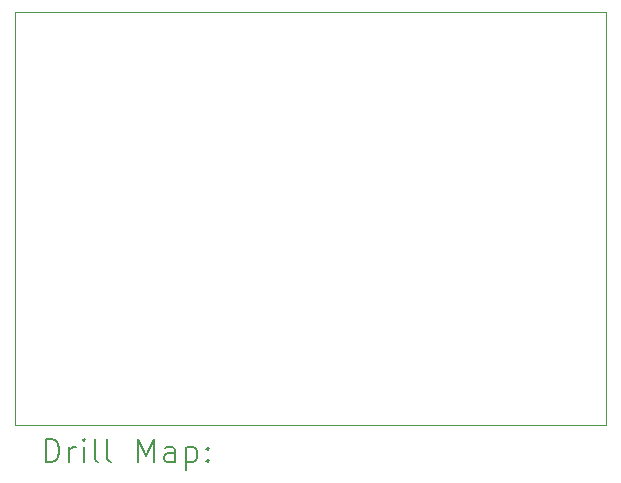
<source format=gbr>
%TF.GenerationSoftware,KiCad,Pcbnew,7.0.6*%
%TF.CreationDate,2023-08-24T17:15:42-04:00*%
%TF.ProjectId,mcumod-carrier-breakout,6d63756d-6f64-42d6-9361-72726965722d,rev?*%
%TF.SameCoordinates,Original*%
%TF.FileFunction,Drillmap*%
%TF.FilePolarity,Positive*%
%FSLAX45Y45*%
G04 Gerber Fmt 4.5, Leading zero omitted, Abs format (unit mm)*
G04 Created by KiCad (PCBNEW 7.0.6) date 2023-08-24 17:15:42*
%MOMM*%
%LPD*%
G01*
G04 APERTURE LIST*
%ADD10C,0.100000*%
%ADD11C,0.200000*%
G04 APERTURE END LIST*
D10*
X9000000Y-5000000D02*
X14000000Y-5000000D01*
X14000000Y-8500000D01*
X9000000Y-8500000D01*
X9000000Y-5000000D01*
D11*
X9255777Y-8816484D02*
X9255777Y-8616484D01*
X9255777Y-8616484D02*
X9303396Y-8616484D01*
X9303396Y-8616484D02*
X9331967Y-8626008D01*
X9331967Y-8626008D02*
X9351015Y-8645055D01*
X9351015Y-8645055D02*
X9360539Y-8664103D01*
X9360539Y-8664103D02*
X9370063Y-8702198D01*
X9370063Y-8702198D02*
X9370063Y-8730770D01*
X9370063Y-8730770D02*
X9360539Y-8768865D01*
X9360539Y-8768865D02*
X9351015Y-8787912D01*
X9351015Y-8787912D02*
X9331967Y-8806960D01*
X9331967Y-8806960D02*
X9303396Y-8816484D01*
X9303396Y-8816484D02*
X9255777Y-8816484D01*
X9455777Y-8816484D02*
X9455777Y-8683150D01*
X9455777Y-8721246D02*
X9465301Y-8702198D01*
X9465301Y-8702198D02*
X9474824Y-8692674D01*
X9474824Y-8692674D02*
X9493872Y-8683150D01*
X9493872Y-8683150D02*
X9512920Y-8683150D01*
X9579586Y-8816484D02*
X9579586Y-8683150D01*
X9579586Y-8616484D02*
X9570063Y-8626008D01*
X9570063Y-8626008D02*
X9579586Y-8635531D01*
X9579586Y-8635531D02*
X9589110Y-8626008D01*
X9589110Y-8626008D02*
X9579586Y-8616484D01*
X9579586Y-8616484D02*
X9579586Y-8635531D01*
X9703396Y-8816484D02*
X9684348Y-8806960D01*
X9684348Y-8806960D02*
X9674824Y-8787912D01*
X9674824Y-8787912D02*
X9674824Y-8616484D01*
X9808158Y-8816484D02*
X9789110Y-8806960D01*
X9789110Y-8806960D02*
X9779586Y-8787912D01*
X9779586Y-8787912D02*
X9779586Y-8616484D01*
X10036729Y-8816484D02*
X10036729Y-8616484D01*
X10036729Y-8616484D02*
X10103396Y-8759341D01*
X10103396Y-8759341D02*
X10170063Y-8616484D01*
X10170063Y-8616484D02*
X10170063Y-8816484D01*
X10351015Y-8816484D02*
X10351015Y-8711722D01*
X10351015Y-8711722D02*
X10341491Y-8692674D01*
X10341491Y-8692674D02*
X10322444Y-8683150D01*
X10322444Y-8683150D02*
X10284348Y-8683150D01*
X10284348Y-8683150D02*
X10265301Y-8692674D01*
X10351015Y-8806960D02*
X10331967Y-8816484D01*
X10331967Y-8816484D02*
X10284348Y-8816484D01*
X10284348Y-8816484D02*
X10265301Y-8806960D01*
X10265301Y-8806960D02*
X10255777Y-8787912D01*
X10255777Y-8787912D02*
X10255777Y-8768865D01*
X10255777Y-8768865D02*
X10265301Y-8749817D01*
X10265301Y-8749817D02*
X10284348Y-8740293D01*
X10284348Y-8740293D02*
X10331967Y-8740293D01*
X10331967Y-8740293D02*
X10351015Y-8730770D01*
X10446253Y-8683150D02*
X10446253Y-8883150D01*
X10446253Y-8692674D02*
X10465301Y-8683150D01*
X10465301Y-8683150D02*
X10503396Y-8683150D01*
X10503396Y-8683150D02*
X10522444Y-8692674D01*
X10522444Y-8692674D02*
X10531967Y-8702198D01*
X10531967Y-8702198D02*
X10541491Y-8721246D01*
X10541491Y-8721246D02*
X10541491Y-8778389D01*
X10541491Y-8778389D02*
X10531967Y-8797436D01*
X10531967Y-8797436D02*
X10522444Y-8806960D01*
X10522444Y-8806960D02*
X10503396Y-8816484D01*
X10503396Y-8816484D02*
X10465301Y-8816484D01*
X10465301Y-8816484D02*
X10446253Y-8806960D01*
X10627205Y-8797436D02*
X10636729Y-8806960D01*
X10636729Y-8806960D02*
X10627205Y-8816484D01*
X10627205Y-8816484D02*
X10617682Y-8806960D01*
X10617682Y-8806960D02*
X10627205Y-8797436D01*
X10627205Y-8797436D02*
X10627205Y-8816484D01*
X10627205Y-8692674D02*
X10636729Y-8702198D01*
X10636729Y-8702198D02*
X10627205Y-8711722D01*
X10627205Y-8711722D02*
X10617682Y-8702198D01*
X10617682Y-8702198D02*
X10627205Y-8692674D01*
X10627205Y-8692674D02*
X10627205Y-8711722D01*
M02*

</source>
